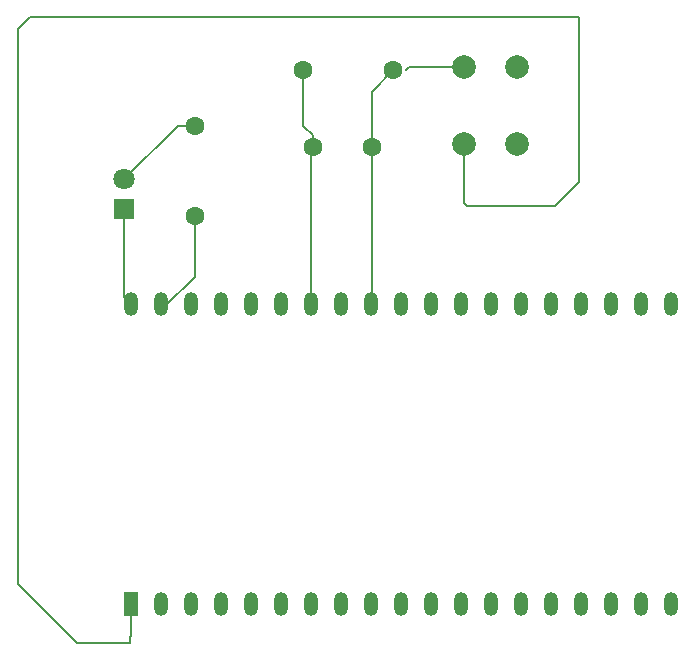
<source format=gtl>
%TF.GenerationSoftware,KiCad,Pcbnew,9.0.7*%
%TF.CreationDate,2026-01-31T08:24:14+01:00*%
%TF.ProjectId,p2,70322e6b-6963-4616-945f-706362585858,rev?*%
%TF.SameCoordinates,Original*%
%TF.FileFunction,Copper,L1,Top*%
%TF.FilePolarity,Positive*%
%FSLAX46Y46*%
G04 Gerber Fmt 4.6, Leading zero omitted, Abs format (unit mm)*
G04 Created by KiCad (PCBNEW 9.0.7) date 2026-01-31 08:24:14*
%MOMM*%
%LPD*%
G01*
G04 APERTURE LIST*
%TA.AperFunction,ComponentPad*%
%ADD10R,1.200000X2.000000*%
%TD*%
%TA.AperFunction,ComponentPad*%
%ADD11O,1.200000X2.000000*%
%TD*%
%TA.AperFunction,ComponentPad*%
%ADD12C,2.000000*%
%TD*%
%TA.AperFunction,ComponentPad*%
%ADD13C,1.600000*%
%TD*%
%TA.AperFunction,ComponentPad*%
%ADD14R,1.800000X1.800000*%
%TD*%
%TA.AperFunction,ComponentPad*%
%ADD15C,1.800000*%
%TD*%
%TA.AperFunction,Conductor*%
%ADD16C,0.200000*%
%TD*%
G04 APERTURE END LIST*
D10*
%TO.P,U1,1,3V3*%
%TO.N,+3.3V*%
X122596560Y-106200000D03*
D11*
%TO.P,U1,2,CHIP_PU*%
%TO.N,unconnected-(U1-CHIP_PU-Pad2)*%
X125136560Y-106200000D03*
%TO.P,U1,3,SENSOR_VP/GPIO36/ADC1_CH0*%
%TO.N,unconnected-(U1-SENSOR_VP{slash}GPIO36{slash}ADC1_CH0-Pad3)*%
X127676560Y-106200000D03*
%TO.P,U1,4,SENSOR_VN/GPIO39/ADC1_CH3*%
%TO.N,unconnected-(U1-SENSOR_VN{slash}GPIO39{slash}ADC1_CH3-Pad4)*%
X130216560Y-106200000D03*
%TO.P,U1,5,VDET_1/GPIO34/ADC1_CH6*%
%TO.N,unconnected-(U1-VDET_1{slash}GPIO34{slash}ADC1_CH6-Pad5)*%
X132756560Y-106200000D03*
%TO.P,U1,6,VDET_2/GPIO35/ADC1_CH7*%
%TO.N,unconnected-(U1-VDET_2{slash}GPIO35{slash}ADC1_CH7-Pad6)*%
X135296560Y-106200000D03*
%TO.P,U1,7,32K_XP/GPIO32/ADC1_CH4*%
%TO.N,unconnected-(U1-32K_XP{slash}GPIO32{slash}ADC1_CH4-Pad7)*%
X137836560Y-106200000D03*
%TO.P,U1,8,32K_XN/GPIO33/ADC1_CH5*%
%TO.N,unconnected-(U1-32K_XN{slash}GPIO33{slash}ADC1_CH5-Pad8)*%
X140376560Y-106200000D03*
%TO.P,U1,9,DAC_1/ADC2_CH8/GPIO25*%
%TO.N,unconnected-(U1-DAC_1{slash}ADC2_CH8{slash}GPIO25-Pad9)*%
X142916560Y-106200000D03*
%TO.P,U1,10,DAC_2/ADC2_CH9/GPIO26*%
%TO.N,unconnected-(U1-DAC_2{slash}ADC2_CH9{slash}GPIO26-Pad10)*%
X145456560Y-106200000D03*
%TO.P,U1,11,ADC2_CH7/GPIO27*%
%TO.N,unconnected-(U1-ADC2_CH7{slash}GPIO27-Pad11)*%
X147996560Y-106200000D03*
%TO.P,U1,12,MTMS/GPIO14/ADC2_CH6*%
%TO.N,unconnected-(U1-MTMS{slash}GPIO14{slash}ADC2_CH6-Pad12)*%
X150536560Y-106200000D03*
%TO.P,U1,13,MTDI/GPIO12/ADC2_CH5*%
%TO.N,unconnected-(U1-MTDI{slash}GPIO12{slash}ADC2_CH5-Pad13)*%
X153076560Y-106200000D03*
%TO.P,U1,14,GND*%
%TO.N,GND*%
X155616560Y-106200000D03*
%TO.P,U1,15,MTCK/GPIO13/ADC2_CH4*%
%TO.N,unconnected-(U1-MTCK{slash}GPIO13{slash}ADC2_CH4-Pad15)*%
X158156560Y-106200000D03*
%TO.P,U1,16,SD_DATA2/GPIO9*%
%TO.N,unconnected-(U1-SD_DATA2{slash}GPIO9-Pad16)*%
X160696560Y-106200000D03*
%TO.P,U1,17,SD_DATA3/GPIO10*%
%TO.N,unconnected-(U1-SD_DATA3{slash}GPIO10-Pad17)*%
X163236560Y-106200000D03*
%TO.P,U1,18,CMD*%
%TO.N,unconnected-(U1-CMD-Pad18)*%
X165776560Y-106200000D03*
%TO.P,U1,19,5V*%
%TO.N,unconnected-(U1-5V-Pad19)*%
X168316560Y-106200000D03*
%TO.P,U1,20,SD_CLK/GPIO6*%
%TO.N,unconnected-(U1-SD_CLK{slash}GPIO6-Pad20)*%
X168313840Y-80803680D03*
%TO.P,U1,21,SD_DATA0/GPIO7*%
%TO.N,unconnected-(U1-SD_DATA0{slash}GPIO7-Pad21)*%
X165773840Y-80803680D03*
%TO.P,U1,22,SD_DATA1/GPIO8*%
%TO.N,unconnected-(U1-SD_DATA1{slash}GPIO8-Pad22)*%
X163236560Y-80800000D03*
%TO.P,U1,23,MTDO/GPIO15/ADC2_CH3*%
%TO.N,unconnected-(U1-MTDO{slash}GPIO15{slash}ADC2_CH3-Pad23)*%
X160696560Y-80800000D03*
%TO.P,U1,24,ADC2_CH2/GPIO2*%
%TO.N,unconnected-(U1-ADC2_CH2{slash}GPIO2-Pad24)*%
X158156560Y-80800000D03*
%TO.P,U1,25,GPIO0/BOOT/ADC2_CH1*%
%TO.N,unconnected-(U1-GPIO0{slash}BOOT{slash}ADC2_CH1-Pad25)*%
X155616560Y-80800000D03*
%TO.P,U1,26,ADC2_CH0/GPIO4*%
%TO.N,unconnected-(U1-ADC2_CH0{slash}GPIO4-Pad26)*%
X153076560Y-80800000D03*
%TO.P,U1,27,GPIO16*%
%TO.N,unconnected-(U1-GPIO16-Pad27)*%
X150536560Y-80800000D03*
%TO.P,U1,28,GPIO17*%
%TO.N,unconnected-(U1-GPIO17-Pad28)*%
X147996560Y-80800000D03*
%TO.P,U1,29,GPIO5*%
%TO.N,unconnected-(U1-GPIO5-Pad29)*%
X145456560Y-80800000D03*
%TO.P,U1,30,GPIO18*%
%TO.N,Net-(U1-GPIO18)*%
X142916560Y-80800000D03*
%TO.P,U1,31,GPIO19*%
%TO.N,unconnected-(U1-GPIO19-Pad31)*%
X140376560Y-80800000D03*
%TO.P,U1,32,GND*%
%TO.N,GND*%
X137836560Y-80800000D03*
%TO.P,U1,33,GPIO21*%
%TO.N,unconnected-(U1-GPIO21-Pad33)*%
X135296560Y-80800000D03*
%TO.P,U1,34,U0RXD/GPIO3*%
%TO.N,unconnected-(U1-U0RXD{slash}GPIO3-Pad34)*%
X132756560Y-80800000D03*
%TO.P,U1,35,U0TXD/GPIO1*%
%TO.N,unconnected-(U1-U0TXD{slash}GPIO1-Pad35)*%
X130216560Y-80800000D03*
%TO.P,U1,36,GPIO22*%
%TO.N,unconnected-(U1-GPIO22-Pad36)*%
X127676560Y-80800000D03*
%TO.P,U1,37,GPIO23*%
%TO.N,Net-(U1-GPIO23)*%
X125136560Y-80800000D03*
%TO.P,U1,38,GND*%
%TO.N,GND*%
X122596560Y-80800000D03*
%TD*%
D12*
%TO.P,SW1,1,1*%
%TO.N,Net-(U1-GPIO18)*%
X155250000Y-60750000D03*
X155250000Y-67250000D03*
%TO.P,SW1,2,2*%
%TO.N,+3.3V*%
X150750000Y-60750000D03*
X150750000Y-67250000D03*
%TD*%
D13*
%TO.P,R2,1*%
%TO.N,Net-(U1-GPIO18)*%
X144810000Y-61000000D03*
%TO.P,R2,2*%
%TO.N,GND*%
X137190000Y-61000000D03*
%TD*%
%TO.P,R1,1*%
%TO.N,Net-(U1-GPIO23)*%
X128000000Y-73310000D03*
%TO.P,R1,2*%
%TO.N,Net-(D1-A)*%
X128000000Y-65690000D03*
%TD*%
D14*
%TO.P,D1,1,K*%
%TO.N,GND*%
X122000000Y-72770000D03*
D15*
%TO.P,D1,2,A*%
%TO.N,Net-(D1-A)*%
X122000000Y-70230000D03*
%TD*%
D13*
%TO.P,C1,1*%
%TO.N,Net-(U1-GPIO18)*%
X143000000Y-67500000D03*
%TO.P,C1,2*%
%TO.N,GND*%
X138000000Y-67500000D03*
%TD*%
D16*
%TO.N,Net-(U1-GPIO18)*%
X143000000Y-80716560D02*
X142916560Y-80800000D01*
X143000000Y-67500000D02*
X143000000Y-80716560D01*
%TO.N,+3.3V*%
X146161000Y-60750000D02*
X145911000Y-61000000D01*
X150750000Y-60750000D02*
X146161000Y-60750000D01*
X122596560Y-108903440D02*
X122596560Y-106200000D01*
X122500000Y-109000000D02*
X122596560Y-108903440D01*
X122500000Y-109500000D02*
X122500000Y-109000000D01*
X118000000Y-109500000D02*
X122500000Y-109500000D01*
X113000000Y-104500000D02*
X118000000Y-109500000D01*
X113000000Y-57500000D02*
X113000000Y-104500000D01*
X114000000Y-56500000D02*
X113000000Y-57500000D01*
X160500000Y-56500000D02*
X114000000Y-56500000D01*
X160500000Y-70500000D02*
X160500000Y-56500000D01*
X158500000Y-72500000D02*
X160500000Y-70500000D01*
X151000000Y-72500000D02*
X158500000Y-72500000D01*
X150750000Y-72250000D02*
X151000000Y-72500000D01*
X150750000Y-67250000D02*
X150750000Y-72250000D01*
%TO.N,Net-(U1-GPIO18)*%
X143000000Y-67500000D02*
X143000000Y-62810000D01*
X143000000Y-62810000D02*
X144810000Y-61000000D01*
%TO.N,GND*%
X137190000Y-65690000D02*
X137190000Y-61000000D01*
X138000000Y-67500000D02*
X138000000Y-66500000D01*
X138000000Y-66500000D02*
X137190000Y-65690000D01*
X137836560Y-67663440D02*
X138000000Y-67500000D01*
X137836560Y-80800000D02*
X137836560Y-67663440D01*
X122000000Y-80203440D02*
X122596560Y-80800000D01*
X122000000Y-72770000D02*
X122000000Y-80203440D01*
%TO.N,Net-(D1-A)*%
X128000000Y-65690000D02*
X126540000Y-65690000D01*
X126540000Y-65690000D02*
X122000000Y-70230000D01*
%TO.N,Net-(U1-GPIO23)*%
X128000000Y-78500000D02*
X128000000Y-73310000D01*
X125500000Y-81000000D02*
X128000000Y-78500000D01*
X125300000Y-80800000D02*
X125500000Y-81000000D01*
X125136560Y-80800000D02*
X125300000Y-80800000D01*
%TD*%
M02*

</source>
